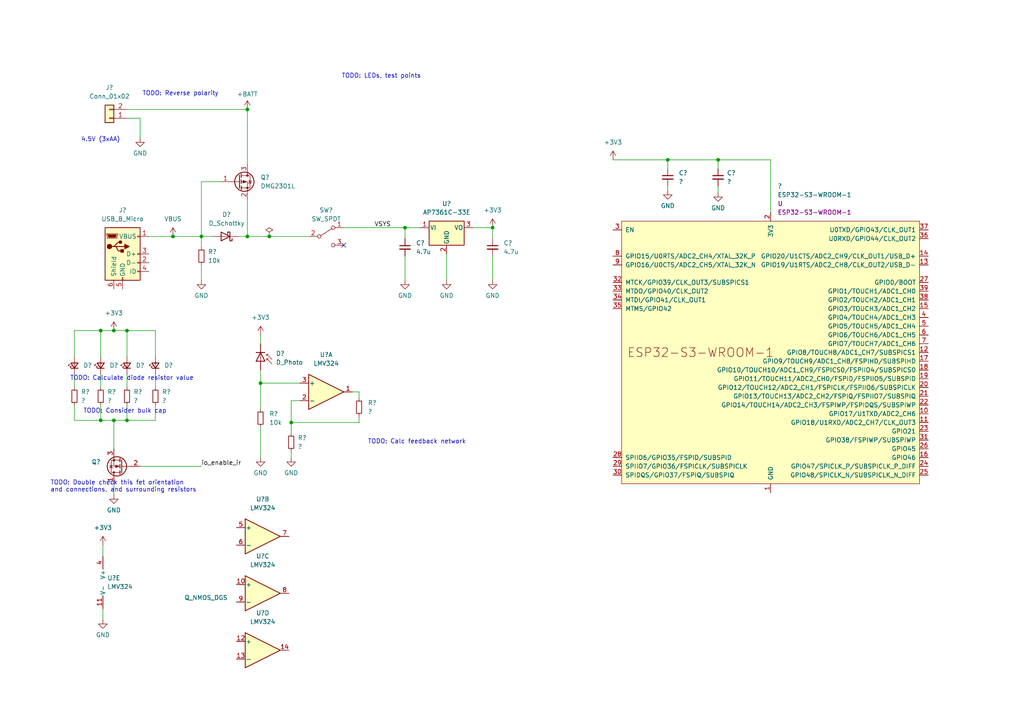
<source format=kicad_sch>
(kicad_sch (version 20211123) (generator eeschema)
  (paper "A4")
  (lib_symbols
    (symbol "Amplifier_Operational:LMV324" (pin_names (offset 0.127))
      (property "Reference" "U" (at 0 5.08 0))
      (property "Value" "LMV324" (at 0 -5.08 0))
      (symbol "LMV324_1_1"
        (polyline (pts (xy -5.08 5.08) (xy 5.08 0) (xy -5.08 -5.08) (xy -5.08 5.08)) (stroke (width 0.254)) (fill (type background)))
        (pin output line (at 7.62 0 180) (length 2.54) (name "~") (number "1"))
        (pin input line (at -7.62 -2.54 0) (length 2.54) (name "-") (number "2"))
        (pin input line (at -7.62 2.54 0) (length 2.54) (name "+") (number "3"))
      )
      (symbol "LMV324_2_1"
        (polyline (pts (xy -5.08 5.08) (xy 5.08 0) (xy -5.08 -5.08) (xy -5.08 5.08)) (stroke (width 0.254)) (fill (type background)))
        (pin input line (at -7.62 2.54 0) (length 2.54) (name "+") (number "5"))
        (pin input line (at -7.62 -2.54 0) (length 2.54) (name "-") (number "6"))
        (pin output line (at 7.62 0 180) (length 2.54) (name "~") (number "7"))
      )
      (symbol "LMV324_3_1"
        (polyline (pts (xy -5.08 5.08) (xy 5.08 0) (xy -5.08 -5.08) (xy -5.08 5.08)) (stroke (width 0.254)) (fill (type background)))
        (pin input line (at -7.62 2.54 0) (length 2.54) (name "+") (number "10"))
        (pin output line (at 7.62 0 180) (length 2.54) (name "~") (number "8"))
        (pin input line (at -7.62 -2.54 0) (length 2.54) (name "-") (number "9"))
      )
      (symbol "LMV324_4_1"
        (polyline (pts (xy -5.08 5.08) (xy 5.08 0) (xy -5.08 -5.08) (xy -5.08 5.08)) (stroke (width 0.254)) (fill (type background)))
        (pin input line (at -7.62 2.54 0) (length 2.54) (name "+") (number "12"))
        (pin input line (at -7.62 -2.54 0) (length 2.54) (name "-") (number "13"))
        (pin output line (at 7.62 0 180) (length 2.54) (name "~") (number "14"))
      )
      (symbol "LMV324_5_1"
        (pin power_in line (at -2.54 -7.62 90) (length 3.81) (name "V-") (number "11"))
        (pin power_in line (at -2.54 7.62 270) (length 3.81) (name "V+") (number "4"))
      )
    )
    (symbol "Connector:USB_B_Micro" (pin_names (offset 1.016))
      (property "Reference" "J" (at -5.08 11.43 0))
      (property "Value" "USB_B_Micro" (at -5.08 8.89 0))
      (symbol "USB_B_Micro_0_1"
        (rectangle (start -5.08 -7.62) (end 5.08 7.62) (stroke (width 0.254)) (fill (type background)))
        (circle (center -3.81 2.159) (radius 0.635) (stroke (width 0.254)) (fill (type outline)))
        (circle (center -0.635 3.429) (radius 0.381) (stroke (width 0.254)) (fill (type outline)))
        (rectangle (start -0.127 -7.62) (end 0.127 -6.858))
        (polyline (pts (xy -1.905 2.159) (xy 0.635 2.159)) (stroke (width 0.254)))
        (polyline (pts (xy -3.175 2.159) (xy -2.54 2.159) (xy -1.27 3.429) (xy -0.635 3.429)) (stroke (width 0.254)))
        (polyline (pts (xy -2.54 2.159) (xy -1.905 2.159) (xy -1.27 0.889) (xy 0 0.889)) (stroke (width 0.254)))
        (polyline (pts (xy 0.635 2.794) (xy 0.635 1.524) (xy 1.905 2.159) (xy 0.635 2.794)) (stroke (width 0.254)) (fill (type outline)))
        (polyline (pts (xy -4.318 5.588) (xy -1.778 5.588) (xy -2.032 4.826) (xy -4.064 4.826) (xy -4.318 5.588)) (fill (type outline)))
        (polyline (pts (xy -4.699 5.842) (xy -4.699 5.588) (xy -4.445 4.826) (xy -4.445 4.572) (xy -1.651 4.572) (xy -1.651 4.826) (xy -1.397 5.588) (xy -1.397 5.842) (xy -4.699 5.842)))
        (rectangle (start 0.254 1.27) (end -0.508 0.508) (stroke (width 0.254)) (fill (type outline)))
        (rectangle (start 5.08 -5.207) (end 4.318 -4.953))
        (rectangle (start 5.08 -2.667) (end 4.318 -2.413))
        (rectangle (start 5.08 -0.127) (end 4.318 0.127))
        (rectangle (start 5.08 4.953) (end 4.318 5.207))
      )
      (symbol "USB_B_Micro_1_1"
        (pin power_out line (at 7.62 5.08 180) (length 2.54) (name "VBUS") (number "1"))
        (pin bidirectional line (at 7.62 -2.54 180) (length 2.54) (name "D-") (number "2"))
        (pin bidirectional line (at 7.62 0 180) (length 2.54) (name "D+") (number "3"))
        (pin passive line (at 7.62 -5.08 180) (length 2.54) (name "ID") (number "4"))
        (pin power_out line (at 0 -10.16 90) (length 2.54) (name "GND") (number "5"))
        (pin passive line (at -2.54 -10.16 90) (length 2.54) (name "Shield") (number "6"))
      )
    )
    (symbol "Connector_Generic:Conn_01x02" (pin_names (offset 1.016) hide)
      (property "Reference" "J" (at 0 2.54 0))
      (property "Value" "Conn_01x02" (at 0 -5.08 0))
      (symbol "Conn_01x02_1_1"
        (rectangle (start -1.27 -2.413) (end 0 -2.667) (stroke (width 0.1524)))
        (rectangle (start -1.27 0.127) (end 0 -0.127) (stroke (width 0.1524)))
        (rectangle (start -1.27 1.27) (end 1.27 -3.81) (stroke (width 0.254)) (fill (type background)))
        (pin passive line (at -5.08 0 0) (length 3.81) (name "Pin_1") (number "1"))
        (pin passive line (at -5.08 -2.54 0) (length 3.81) (name "Pin_2") (number "2"))
      )
    )
    (symbol "Device:C_Small" (pin_numbers hide) (pin_names (offset 0.254) hide)
      (property "Reference" "C" (at 0.254 1.778 0))
      (property "Value" "C_Small" (at 0.254 -2.032 0))
      (symbol "C_Small_0_1"
        (polyline (pts (xy -1.524 -0.508) (xy 1.524 -0.508)) (stroke (width 0.3302)))
        (polyline (pts (xy -1.524 0.508) (xy 1.524 0.508)) (stroke (width 0.3048)))
      )
      (symbol "C_Small_1_1"
        (pin passive line (at 0 2.54 270) (length 2.032) (name "~") (number "1"))
        (pin passive line (at 0 -2.54 90) (length 2.032) (name "~") (number "2"))
      )
    )
    (symbol "Device:D_Photo" (pin_numbers hide) (pin_names hide)
      (property "Reference" "D" (at 0.508 1.778 0))
      (property "Value" "D_Photo" (at -1.016 -2.794 0))
      (symbol "D_Photo_0_1"
        (polyline (pts (xy -2.54 1.27) (xy -2.54 -1.27)) (stroke (width 0.254)))
        (polyline (pts (xy -2.032 1.778) (xy -1.524 1.778)))
        (polyline (pts (xy 0 0) (xy -2.54 0)))
        (polyline (pts (xy -0.508 3.302) (xy -2.032 1.778) (xy -2.032 2.286)))
        (polyline (pts (xy 0 -1.27) (xy 0 1.27) (xy -2.54 0) (xy 0 -1.27)) (stroke (width 0.254)))
        (polyline (pts (xy 0.762 3.302) (xy -0.762 1.778) (xy -0.762 2.286) (xy -0.762 1.778) (xy -0.254 1.778)))
      )
      (symbol "D_Photo_1_1"
        (pin passive line (at -5.08 0 0) (length 2.54) (name "K") (number "1"))
        (pin passive line (at 2.54 0 180) (length 2.54) (name "A") (number "2"))
      )
    )
    (symbol "Device:D_Schottky" (pin_numbers hide) (pin_names (offset 1.016) hide)
      (property "Reference" "D" (at 0 2.54 0))
      (property "Value" "D_Schottky" (at 0 -2.54 0))
      (symbol "D_Schottky_0_1"
        (polyline (pts (xy 1.27 0) (xy -1.27 0)))
        (polyline (pts (xy 1.27 1.27) (xy 1.27 -1.27) (xy -1.27 0) (xy 1.27 1.27)) (stroke (width 0.254)))
        (polyline (pts (xy -1.905 0.635) (xy -1.905 1.27) (xy -1.27 1.27) (xy -1.27 -1.27) (xy -0.635 -1.27) (xy -0.635 -0.635)) (stroke (width 0.254)))
      )
      (symbol "D_Schottky_1_1"
        (pin passive line (at -3.81 0 0) (length 2.54) (name "K") (number "1"))
        (pin passive line (at 3.81 0 180) (length 2.54) (name "A") (number "2"))
      )
    )
    (symbol "Device:LED_Small" (pin_numbers hide) (pin_names (offset 0.254) hide)
      (property "Reference" "D" (at -1.27 3.175 0))
      (property "Value" "LED_Small" (at -4.445 -2.54 0))
      (symbol "LED_Small_0_1"
        (polyline (pts (xy -0.762 -1.016) (xy -0.762 1.016)) (stroke (width 0.254)))
        (polyline (pts (xy 1.016 0) (xy -0.762 0)))
        (polyline (pts (xy 0.762 -1.016) (xy -0.762 0) (xy 0.762 1.016) (xy 0.762 -1.016)) (stroke (width 0.254)))
        (polyline (pts (xy 0 0.762) (xy -0.508 1.27) (xy -0.254 1.27) (xy -0.508 1.27) (xy -0.508 1.016)))
        (polyline (pts (xy 0.508 1.27) (xy 0 1.778) (xy 0.254 1.778) (xy 0 1.778) (xy 0 1.524)))
      )
      (symbol "LED_Small_1_1"
        (pin passive line (at -2.54 0 0) (length 1.778) (name "K") (number "1"))
        (pin passive line (at 2.54 0 180) (length 1.778) (name "A") (number "2"))
      )
    )
    (symbol "Device:Q_NMOS_DGS" (pin_names (offset 0) hide)
      (property "Reference" "Q" (at 5.08 1.27 0))
      (property "Value" "Q_NMOS_DGS" (at 5.08 -1.27 0))
      (symbol "Q_NMOS_DGS_0_1"
        (polyline (pts (xy 0.254 0) (xy -2.54 0)))
        (polyline (pts (xy 0.254 1.905) (xy 0.254 -1.905)) (stroke (width 0.254)))
        (polyline (pts (xy 0.762 -1.27) (xy 0.762 -2.286)) (stroke (width 0.254)))
        (polyline (pts (xy 0.762 0.508) (xy 0.762 -0.508)) (stroke (width 0.254)))
        (polyline (pts (xy 0.762 2.286) (xy 0.762 1.27)) (stroke (width 0.254)))
        (polyline (pts (xy 2.54 2.54) (xy 2.54 1.778)))
        (polyline (pts (xy 2.54 -2.54) (xy 2.54 0) (xy 0.762 0)))
        (polyline (pts (xy 0.762 -1.778) (xy 3.302 -1.778) (xy 3.302 1.778) (xy 0.762 1.778)))
        (polyline (pts (xy 1.016 0) (xy 2.032 0.381) (xy 2.032 -0.381) (xy 1.016 0)) (fill (type outline)))
        (polyline (pts (xy 2.794 0.508) (xy 2.921 0.381) (xy 3.683 0.381) (xy 3.81 0.254)))
        (polyline (pts (xy 3.302 0.381) (xy 2.921 -0.254) (xy 3.683 -0.254) (xy 3.302 0.381)))
        (circle (center 1.651 0) (radius 2.794) (stroke (width 0.254)))
        (circle (center 2.54 -1.778) (radius 0.254) (fill (type outline)))
        (circle (center 2.54 1.778) (radius 0.254) (fill (type outline)))
      )
      (symbol "Q_NMOS_DGS_1_1"
        (pin passive line (at 2.54 5.08 270) (length 2.54) (name "D") (number "1"))
        (pin input line (at -5.08 0 0) (length 2.54) (name "G") (number "2"))
        (pin passive line (at 2.54 -5.08 90) (length 2.54) (name "S") (number "3"))
      )
    )
    (symbol "Device:R_Small" (pin_numbers hide) (pin_names (offset 0.254) hide)
      (property "Reference" "R" (at 0.762 0.508 0))
      (property "Value" "R_Small" (at 0.762 -1.016 0))
      (symbol "R_Small_0_1"
        (rectangle (start -0.762 1.778) (end 0.762 -1.778) (stroke (width 0.2032)))
      )
      (symbol "R_Small_1_1"
        (pin passive line (at 0 2.54 270) (length 0.762) (name "~") (number "1"))
        (pin passive line (at 0 -2.54 90) (length 0.762) (name "~") (number "2"))
      )
    )
    (symbol "Espressif:ESP32-S3-WROOM-1" (pin_names (offset 1.016))
      (property "Value" "ESP32-S3-WROOM-1" (at 0 0 0))
      (property "Reference_1" "U" (at -43.18 43.18 0))
      (property "Value_1" "ESP32-S3-WROOM-1" (at -43.18 40.64 0))
      (symbol "ESP32-S3-WROOM-1_0_0"
        (text "ESP32-S3-WROOM-1" (at -20.32 0 0) (effects (font (size 2.54 2.54))))
        (pin power_in line (at 0 -40.64 90) (length 2.54) (name "GND") (number "1"))
        (pin bidirectional line (at 45.72 -17.78 180) (length 2.54) (name "GPIO17/U1TXD/ADC2_CH6") (number "10"))
        (pin bidirectional line (at 45.72 -20.32 180) (length 2.54) (name "GPIO18/U1RXD/ADC2_CH7/CLK_OUT3") (number "11"))
        (pin bidirectional line (at 45.72 0 180) (length 2.54) (name "GPIO8/TOUCH8/ADC1_CH7/SUBSPICS1") (number "12"))
        (pin bidirectional line (at 45.72 25.4 180) (length 2.54) (name "GPIO19/U1RTS/ADC2_CH8/CLK_OUT2/USB_D-") (number "13"))
        (pin bidirectional line (at 45.72 27.94 180) (length 2.54) (name "GPIO20/U1CTS/ADC2_CH9/CLK_OUT1/USB_D+") (number "14"))
        (pin bidirectional line (at 45.72 12.7 180) (length 2.54) (name "GPIO3/TOUCH3/ADC1_CH2") (number "15"))
        (pin bidirectional line (at 45.72 -30.48 180) (length 2.54) (name "GPIO46") (number "16"))
        (pin bidirectional line (at 45.72 -2.54 180) (length 2.54) (name "GPIO9/TOUCH9/ADC1_CH8/FSPIHD/SUBSPIHD") (number "17"))
        (pin bidirectional line (at 45.72 -5.08 180) (length 2.54) (name "GPIO10/TOUCH10/ADC1_CH9/FSPICS0/FSPIIO4/SUBSPICS0") (number "18"))
        (pin bidirectional line (at 45.72 -7.62 180) (length 2.54) (name "GPIO11/TOUCH11/ADC2_CH0/FSPID/FSPIIO5/SUBSPID") (number "19"))
        (pin power_in line (at 0 40.64 270) (length 2.54) (name "3V3") (number "2"))
        (pin bidirectional line (at 45.72 -10.16 180) (length 2.54) (name "GPIO12/TOUCH12/ADC2_CH1/FSPICLK/FSPIIO6/SUBSPICLK") (number "20"))
        (pin bidirectional line (at 45.72 -12.7 180) (length 2.54) (name "GPIO13/TOUCH13/ADC2_CH2/FSPIQ/FSPIIO7/SUBSPIQ") (number "21"))
        (pin bidirectional line (at 45.72 -15.24 180) (length 2.54) (name "GPIO14/TOUCH14/ADC2_CH3/FSPIWP/FSPIDQS/SUBSPIWP") (number "22"))
        (pin bidirectional line (at 45.72 -22.86 180) (length 2.54) (name "GPIO21") (number "23"))
        (pin bidirectional line (at 45.72 -33.02 180) (length 2.54) (name "GPIO47/SPICLK_P/SUBSPICLK_P_DIFF") (number "24"))
        (pin bidirectional line (at 45.72 -35.56 180) (length 2.54) (name "GPIO48/SPICLK_N/SUBSPICLK_N_DIFF") (number "25"))
        (pin bidirectional line (at 45.72 -27.94 180) (length 2.54) (name "GPIO45") (number "26"))
        (pin bidirectional line (at 45.72 20.32 180) (length 2.54) (name "GPIO0/BOOT") (number "27"))
        (pin bidirectional line (at -45.72 -30.48 0) (length 2.54) (name "SPIIO6/GPIO35/FSPID/SUBSPID") (number "28"))
        (pin bidirectional line (at -45.72 -33.02 0) (length 2.54) (name "SPIIO7/GPIO36/FSPICLK/SUBSPICLK") (number "29"))
        (pin input line (at -45.72 35.56 0) (length 2.54) (name "EN") (number "3"))
        (pin bidirectional line (at -45.72 -35.56 0) (length 2.54) (name "SPIDQS/GPIO37/FSPIQ/SUBSPIQ") (number "30"))
        (pin bidirectional line (at 45.72 -25.4 180) (length 2.54) (name "GPIO38/FSPIWP/SUBSPIWP") (number "31"))
        (pin bidirectional line (at -45.72 20.32 0) (length 2.54) (name "MTCK/GPIO39/CLK_OUT3/SUBSPICS1") (number "32"))
        (pin bidirectional line (at -45.72 17.78 0) (length 2.54) (name "MTDO/GPIO40/CLK_OUT2") (number "33"))
        (pin bidirectional line (at -45.72 15.24 0) (length 2.54) (name "MTDI/GPIO41/CLK_OUT1") (number "34"))
        (pin bidirectional line (at -45.72 12.7 0) (length 2.54) (name "MTMS/GPIO42") (number "35"))
        (pin bidirectional line (at 45.72 33.02 180) (length 2.54) (name "U0RXD/GPIO44/CLK_OUT2") (number "36"))
        (pin bidirectional line (at 45.72 35.56 180) (length 2.54) (name "U0TXD/GPIO43/CLK_OUT1") (number "37"))
        (pin bidirectional line (at 45.72 15.24 180) (length 2.54) (name "GPIO2/TOUCH2/ADC1_CH1") (number "38"))
        (pin bidirectional line (at 45.72 17.78 180) (length 2.54) (name "GPIO1/TOUCH1/ADC1_CH0") (number "39"))
        (pin bidirectional line (at 45.72 10.16 180) (length 2.54) (name "GPIO4/TOUCH4/ADC1_CH3") (number "4"))
        (pin passive line (at 0 -40.64 90) (length 2.54) hide (name "GND") (number "40"))
        (pin passive line (at 0 -40.64 90) (length 2.54) hide (name "GND") (number "41"))
        (pin bidirectional line (at 45.72 7.62 180) (length 2.54) (name "GPIO5/TOUCH5/ADC1_CH4") (number "5"))
        (pin bidirectional line (at 45.72 5.08 180) (length 2.54) (name "GPIO6/TOUCH6/ADC1_CH5") (number "6"))
        (pin bidirectional line (at 45.72 2.54 180) (length 2.54) (name "GPIO7/TOUCH7/ADC1_CH6") (number "7"))
        (pin bidirectional line (at -45.72 27.94 0) (length 2.54) (name "GPIO15/U0RTS/ADC2_CH4/XTAL_32K_P") (number "8"))
        (pin bidirectional line (at -45.72 25.4 0) (length 2.54) (name "GPIO16/U0CTS/ADC2_CH5/XTAL_32K_N") (number "9"))
      )
      (symbol "ESP32-S3-WROOM-1_0_1"
        (rectangle (start -43.18 38.1) (end 43.18 -38.1) (fill (type background)))
      )
    )
    (symbol "Regulator_Linear:AP7361C-33E" (pin_names (offset 0.254))
      (property "Reference" "U" (at -3.81 3.175 0))
      (property "Value" "AP7361C-33E" (at 0 3.175 0))
      (symbol "AP7361C-33E_0_1"
        (rectangle (start -5.08 -5.08) (end 5.08 1.905) (stroke (width 0.254)) (fill (type background)))
      )
      (symbol "AP7361C-33E_1_1"
        (pin power_in line (at -7.62 0 0) (length 2.54) (name "VI") (number "1"))
        (pin power_in line (at 0 -7.62 90) (length 2.54) (name "GND") (number "2"))
        (pin power_out line (at 7.62 0 180) (length 2.54) (name "VO") (number "3"))
      )
    )
    (symbol "Switch:SW_SPDT" (pin_names (offset 0) hide)
      (property "Reference" "SW" (at 0 4.318 0))
      (property "Value" "SW_SPDT" (at 0 -5.08 0))
      (symbol "SW_SPDT_0_0"
        (circle (center -2.032 0) (radius 0.508))
        (circle (center 2.032 -2.54) (radius 0.508))
      )
      (symbol "SW_SPDT_0_1"
        (polyline (pts (xy -1.524 0.254) (xy 1.651 2.286)))
        (circle (center 2.032 2.54) (radius 0.508))
      )
      (symbol "SW_SPDT_1_1"
        (pin passive line (at 5.08 2.54 180) (length 2.54) (name "A") (number "1"))
        (pin passive line (at -5.08 0 0) (length 2.54) (name "B") (number "2"))
        (pin passive line (at 5.08 -2.54 180) (length 2.54) (name "C") (number "3"))
      )
    )
    (symbol "Transistor_FET:DMG2301L" (pin_names hide)
      (property "Reference" "Q" (at 5.08 1.905 0))
      (property "Value" "DMG2301L" (at 5.08 0 0))
      (symbol "DMG2301L_0_1"
        (polyline (pts (xy 0.254 0) (xy -2.54 0)))
        (polyline (pts (xy 0.254 1.905) (xy 0.254 -1.905)) (stroke (width 0.254)))
        (polyline (pts (xy 0.762 -1.27) (xy 0.762 -2.286)) (stroke (width 0.254)))
        (polyline (pts (xy 0.762 0.508) (xy 0.762 -0.508)) (stroke (width 0.254)))
        (polyline (pts (xy 0.762 2.286) (xy 0.762 1.27)) (stroke (width 0.254)))
        (polyline (pts (xy 2.54 2.54) (xy 2.54 1.778)))
        (polyline (pts (xy 2.54 -2.54) (xy 2.54 0) (xy 0.762 0)))
        (polyline (pts (xy 0.762 1.778) (xy 3.302 1.778) (xy 3.302 -1.778) (xy 0.762 -1.778)))
        (polyline (pts (xy 2.286 0) (xy 1.27 0.381) (xy 1.27 -0.381) (xy 2.286 0)) (fill (type outline)))
        (polyline (pts (xy 2.794 -0.508) (xy 2.921 -0.381) (xy 3.683 -0.381) (xy 3.81 -0.254)))
        (polyline (pts (xy 3.302 -0.381) (xy 2.921 0.254) (xy 3.683 0.254) (xy 3.302 -0.381)))
        (circle (center 1.651 0) (radius 2.794) (stroke (width 0.254)))
        (circle (center 2.54 -1.778) (radius 0.254) (fill (type outline)))
        (circle (center 2.54 1.778) (radius 0.254) (fill (type outline)))
      )
      (symbol "DMG2301L_1_1"
        (pin input line (at -5.08 0 0) (length 2.54) (name "G") (number "1"))
        (pin passive line (at 2.54 -5.08 90) (length 2.54) (name "S") (number "2"))
        (pin passive line (at 2.54 5.08 270) (length 2.54) (name "D") (number "3"))
      )
    )
    (symbol "power:+3V3" (power) (pin_names (offset 0))
      (property "Value" "+3V3" (at 0 3.556 0))
      (symbol "+3V3_0_1"
        (polyline (pts (xy -0.762 1.27) (xy 0 2.54)))
        (polyline (pts (xy 0 0) (xy 0 2.54)))
        (polyline (pts (xy 0 2.54) (xy 0.762 1.27)))
      )
      (symbol "+3V3_1_1"
        (pin power_in line (at 0 0 90) (length 0) hide (name "+3V3") (number "1"))
      )
    )
    (symbol "power:+BATT" (power) (pin_names (offset 0))
      (property "Value" "+BATT" (at 0 3.556 0))
      (symbol "+BATT_0_1"
        (polyline (pts (xy -0.762 1.27) (xy 0 2.54)))
        (polyline (pts (xy 0 0) (xy 0 2.54)))
        (polyline (pts (xy 0 2.54) (xy 0.762 1.27)))
      )
      (symbol "+BATT_1_1"
        (pin power_in line (at 0 0 90) (length 0) hide (name "+BATT") (number "1"))
      )
    )
    (symbol "power:GND" (power) (pin_names (offset 0))
      (property "Value" "GND" (at 0 -3.81 0))
      (symbol "GND_0_1"
        (polyline (pts (xy 0 0) (xy 0 -1.27) (xy 1.27 -1.27) (xy 0 -2.54) (xy -1.27 -1.27) (xy 0 -1.27)))
      )
      (symbol "GND_1_1"
        (pin power_in line (at 0 0 270) (length 0) hide (name "GND") (number "1"))
      )
    )
    (symbol "power:PWR_FLAG" (power) (pin_numbers hide) (pin_names (offset 0) hide)
      (property "Value" "PWR_FLAG" (at 0 3.81 0))
      (symbol "PWR_FLAG_0_0"
        (pin power_out line (at 0 0 90) (length 0) (name "pwr") (number "1"))
      )
      (symbol "PWR_FLAG_0_1"
        (polyline (pts (xy 0 0) (xy 0 1.27) (xy -1.016 1.905) (xy 0 2.54) (xy 1.016 1.905) (xy 0 1.27)))
      )
    )
    (symbol "power:VBUS" (power) (pin_names (offset 0))
      (property "Value" "VBUS" (at 0 3.81 0))
      (symbol "VBUS_0_1"
        (polyline (pts (xy -0.762 1.27) (xy 0 2.54)))
        (polyline (pts (xy 0 0) (xy 0 2.54)))
        (polyline (pts (xy 0 2.54) (xy 0.762 1.27)))
      )
      (symbol "VBUS_1_1"
        (pin power_in line (at 0 0 90) (length 0) hide (name "VBUS") (number "1"))
      )
    )
  )
  (junction (at 50.165 68.58))
  (junction (at 75.565 111.125))
  (junction (at 71.755 31.75))
  (junction (at 29.21 121.92))
  (junction (at 84.455 122.555))
  (junction (at 193.675 46.355))
  (junction (at 142.875 66.04))
  (junction (at 117.475 66.04))
  (junction (at 36.83 95.885))
  (junction (at 71.755 68.58))
  (junction (at 29.21 95.885))
  (junction (at 78.105 68.58))
  (junction (at 33.02 95.885))
  (junction (at 58.42 68.58))
  (junction (at 208.28 46.355))
  (junction (at 36.83 121.92))
  (junction (at 33.02 121.92))
  (no_connect (at 99.695 71.12))
  (wire (pts (xy 69.215 68.58) (xy 71.755 68.58)))
  (wire (pts (xy 21.59 117.475) (xy 21.59 121.92)))
  (wire (pts (xy 117.475 66.04) (xy 121.92 66.04)))
  (wire (pts (xy 58.42 68.58) (xy 58.42 71.755)))
  (wire (pts (xy 29.845 179.705) (xy 29.845 176.53)))
  (wire (pts (xy 50.165 68.58) (xy 58.42 68.58)))
  (wire (pts (xy 29.21 95.885) (xy 29.21 103.505)))
  (wire (pts (xy 78.105 68.58) (xy 89.535 68.58)))
  (wire (pts (xy 104.14 113.665) (xy 104.14 115.57)))
  (wire (pts (xy 21.59 108.585) (xy 21.59 112.395)))
  (wire (pts (xy 193.675 53.975) (xy 193.675 55.245)))
  (wire (pts (xy 223.52 46.355) (xy 223.52 61.595)))
  (wire (pts (xy 40.64 34.29) (xy 40.64 40.005)))
  (wire (pts (xy 58.42 76.835) (xy 58.42 81.28)))
  (wire (pts (xy 36.83 31.75) (xy 71.755 31.75)))
  (wire (pts (xy 58.42 68.58) (xy 58.42 52.705)))
  (wire (pts (xy 84.455 130.81) (xy 84.455 132.715)))
  (wire (pts (xy 86.995 111.125) (xy 75.565 111.125)))
  (wire (pts (xy 40.64 135.255) (xy 58.42 135.255)))
  (wire (pts (xy 29.845 158.115) (xy 29.845 161.29)))
  (wire (pts (xy 45.085 95.885) (xy 36.83 95.885)))
  (wire (pts (xy 33.02 121.92) (xy 33.02 130.175)))
  (wire (pts (xy 137.16 66.04) (xy 142.875 66.04)))
  (wire (pts (xy 75.565 111.125) (xy 75.565 118.745)))
  (wire (pts (xy 84.455 122.555) (xy 104.14 122.555)))
  (wire (pts (xy 71.755 68.58) (xy 78.105 68.58)))
  (wire (pts (xy 36.83 95.885) (xy 33.02 95.885)))
  (wire (pts (xy 177.8 46.355) (xy 193.675 46.355)))
  (wire (pts (xy 29.21 117.475) (xy 29.21 121.92)))
  (wire (pts (xy 33.02 121.92) (xy 36.83 121.92)))
  (wire (pts (xy 193.675 46.355) (xy 193.675 48.895)))
  (wire (pts (xy 36.83 34.29) (xy 40.64 34.29)))
  (wire (pts (xy 21.59 103.505) (xy 21.59 95.885)))
  (wire (pts (xy 75.565 123.825) (xy 75.565 132.715)))
  (wire (pts (xy 58.42 52.705) (xy 64.135 52.705)))
  (wire (pts (xy 21.59 121.92) (xy 29.21 121.92)))
  (wire (pts (xy 36.83 117.475) (xy 36.83 121.92)))
  (wire (pts (xy 45.085 117.475) (xy 45.085 121.92)))
  (wire (pts (xy 129.54 73.66) (xy 129.54 81.28)))
  (wire (pts (xy 208.28 46.355) (xy 193.675 46.355)))
  (wire (pts (xy 208.28 46.355) (xy 223.52 46.355)))
  (wire (pts (xy 75.565 97.155) (xy 75.565 99.695)))
  (wire (pts (xy 142.875 74.295) (xy 142.875 81.28)))
  (wire (pts (xy 29.21 95.885) (xy 33.02 95.885)))
  (wire (pts (xy 208.28 53.975) (xy 208.28 55.88)))
  (wire (pts (xy 29.21 121.92) (xy 33.02 121.92)))
  (wire (pts (xy 58.42 68.58) (xy 61.595 68.58)))
  (wire (pts (xy 36.83 108.585) (xy 36.83 112.395)))
  (wire (pts (xy 117.475 74.295) (xy 117.475 81.28)))
  (wire (pts (xy 142.875 66.04) (xy 142.875 69.215)))
  (wire (pts (xy 84.455 116.205) (xy 86.995 116.205)))
  (wire (pts (xy 99.695 66.04) (xy 117.475 66.04)))
  (wire (pts (xy 36.83 103.505) (xy 36.83 95.885)))
  (wire (pts (xy 117.475 66.04) (xy 117.475 69.215)))
  (wire (pts (xy 33.02 140.335) (xy 33.02 143.51)))
  (wire (pts (xy 45.085 103.505) (xy 45.085 95.885)))
  (wire (pts (xy 43.18 68.58) (xy 50.165 68.58)))
  (wire (pts (xy 102.235 113.665) (xy 104.14 113.665)))
  (wire (pts (xy 104.14 122.555) (xy 104.14 120.65)))
  (wire (pts (xy 75.565 107.315) (xy 75.565 111.125)))
  (wire (pts (xy 71.755 47.625) (xy 71.755 31.75)))
  (wire (pts (xy 71.755 57.785) (xy 71.755 68.58)))
  (wire (pts (xy 29.21 108.585) (xy 29.21 112.395)))
  (wire (pts (xy 21.59 95.885) (xy 29.21 95.885)))
  (wire (pts (xy 84.455 122.555) (xy 84.455 125.73)))
  (wire (pts (xy 36.83 121.92) (xy 45.085 121.92)))
  (wire (pts (xy 208.28 46.355) (xy 208.28 48.895)))
  (wire (pts (xy 84.455 116.205) (xy 84.455 122.555)))
  (wire (pts (xy 45.085 108.585) (xy 45.085 112.395)))
  (text "TODO: Consider bulk cap" (at 24.13 120.015 0) (effects (font (size 1.27 1.27)) (justify left bottom)))
  (text "TODO: Calc feedback network" (at 106.68 128.905 0) (effects (font (size 1.27 1.27)) (justify left bottom)))
  (text "TODO: Reverse polarity" (at 41.275 27.94 0) (effects (font (size 1.27 1.27)) (justify left bottom)))
  (text "4.5V (3xAA)" (at 23.495 41.275 0) (effects (font (size 1.27 1.27)) (justify left bottom)))
  (text "TODO: Double check this fet orientation \nand connections, and surrounding resistors" (at 14.605 142.875 0) (effects (font (size 1.27 1.27)) (justify left bottom)))
  (text "TODO: Calculate diode resistor value" (at 20.32 110.49 0) (effects (font (size 1.27 1.27)) (justify left bottom)))
  (text "TODO: LEDs, test points" (at 99.06 22.86 0) (effects (font (size 1.27 1.27)) (justify left bottom)))
  (label "VSYS" (at 108.585 66.04 0))
  (label "io_enable_ir" (at 58.42 135.255 0))
  (symbol (lib_id "power:GND") (at 40.64 40.005 0) (unit 1)
    (property "Reference" "#PWR?" (effects hide))
    (property "Value" "GND" (at 40.64 44.45 0))
  )
  (symbol (lib_id "Connector:USB_B_Micro") (at 35.56 73.66 0) (unit 1)
    (property "Reference" "J?" (at 35.56 60.96 0))
    (property "Value" "USB_B_Micro" (at 35.56 63.5 0))
  )
  (symbol (lib_id "power:PWR_FLAG") (at 78.105 68.58 0) (unit 1)
    (property "Reference" "#FLG?" (effects hide))
    (property "Value" "PWR_FLAG" (effects hide))
  )
  (symbol (lib_id "power:GND") (at 117.475 81.28 0) (unit 1)
    (property "Reference" "#PWR?" (effects hide))
    (property "Value" "GND" (at 117.475 85.725 0))
  )
  (symbol (lib_id "Device:R_Small") (at 104.14 118.11 0) (unit 1)
    (property "Reference" "R?" (at 106.68 116.8399 0) (effects (justify left)))
    (property "Value" "?" (at 106.68 119.3799 0) (effects (justify left)))
  )
  (symbol (lib_id "power:+3V3") (at 75.565 97.155 0) (unit 1)
    (property "Reference" "#PWR?" (effects hide))
    (property "Value" "+3V3" (at 75.565 92.075 0))
  )
  (symbol (lib_id "power:+BATT") (at 71.755 31.75 0) (unit 1)
    (property "Reference" "#PWR?" (effects hide))
    (property "Value" "+BATT" (at 71.755 27.305 0))
  )
  (symbol (lib_id "Device:LED_Small") (at 36.83 106.045 90) (unit 1)
    (property "Reference" "D?" (at 39.37 105.9814 90) (effects (justify right)))
    (property "Value" "LED_Small" (effects hide))
  )
  (symbol (lib_id "power:+3V3") (at 142.875 66.04 0) (unit 1)
    (property "Reference" "#PWR?" (effects hide))
    (property "Value" "+3V3" (at 142.875 60.96 0))
  )
  (symbol (lib_id "Device:R_Small") (at 21.59 114.935 180) (unit 1)
    (property "Reference" "R?" (at 23.495 113.6649 0) (effects (justify right)))
    (property "Value" "?" (at 23.495 116.2049 0) (effects (justify right)))
  )
  (symbol (lib_id "Device:C_Small") (at 117.475 71.755 0) (unit 1)
    (property "Reference" "C?" (at 120.65 70.4912 0) (effects (justify left)))
    (property "Value" "4.7u" (at 120.65 73.0312 0) (effects (justify left)))
  )
  (symbol (lib_id "power:GND") (at 129.54 81.28 0) (unit 1)
    (property "Reference" "#PWR?" (effects hide))
    (property "Value" "GND" (at 129.54 85.725 0))
  )
  (symbol (lib_id "Amplifier_Operational:LMV324") (at 32.385 168.91 0) (unit 5)
    (property "Reference" "U?" (at 31.115 167.6399 0) (effects (justify left)))
    (property "Value" "LMV324" (at 31.115 170.1799 0) (effects (justify left)))
    (property "Datasheet" "http://www.ti.com/lit/ds/symlink/lmv324.pdf" (effects hide))
  )
  (symbol (lib_id "power:GND") (at 75.565 132.715 0) (unit 1)
    (property "Reference" "#PWR?" (effects hide))
    (property "Value" "GND" (at 75.565 137.16 0))
  )
  (symbol (lib_id "Switch:SW_SPDT") (at 94.615 68.58 0) (unit 1)
    (property "Reference" "SW?" (at 94.615 60.96 0))
    (property "Value" "SW_SPDT" (at 94.615 63.5 0))
    (property "Footprint" "QRsumo_FootprintLibrary:EG1206A_EWI" (effects hide))
  )
  (symbol (lib_id "power:+3V3") (at 33.02 95.885 0) (unit 1)
    (property "Reference" "#PWR?" (effects hide))
    (property "Value" "+3V3" (at 33.02 90.805 0))
  )
  (symbol (lib_id "Device:LED_Small") (at 21.59 106.045 90) (unit 1)
    (property "Reference" "D?" (at 24.13 105.9814 90) (effects (justify right)))
    (property "Value" "LED_Small" (effects hide))
  )
  (symbol (lib_id "power:GND") (at 29.845 179.705 0) (unit 1)
    (property "Reference" "#PWR?" (effects hide))
    (property "Value" "GND" (at 29.845 184.15 0))
  )
  (symbol (lib_id "Transistor_FET:DMG2301L") (at 69.215 52.705 0) (unit 1)
    (property "Reference" "Q?" (at 75.565 51.4349 0) (effects (justify left)))
    (property "Value" "DMG2301L" (at 75.565 53.9749 0) (effects (justify left)))
    (property "Footprint" "Package_TO_SOT_SMD:SOT-23" (effects hide))
    (property "Datasheet" "https://www.diodes.com/assets/Datasheets/DMG2301L.pdf" (effects hide))
  )
  (symbol (lib_id "power:GND") (at 193.675 55.245 0) (unit 1)
    (property "Reference" "#PWR?" (effects hide))
    (property "Value" "GND" (at 193.675 59.69 0))
  )
  (symbol (lib_id "Device:C_Small") (at 193.675 51.435 0) (unit 1)
    (property "Reference" "C?" (at 196.85 50.1712 0) (effects (justify left)))
    (property "Value" "?" (at 196.85 52.7112 0) (effects (justify left)))
  )
  (symbol (lib_id "Device:R_Small") (at 58.42 74.295 0) (unit 1)
    (property "Reference" "R?" (at 60.325 73.0249 0) (effects (justify left)))
    (property "Value" "10k" (at 60.325 75.5649 0) (effects (justify left)))
  )
  (symbol (lib_id "Device:R_Small") (at 45.085 114.935 180) (unit 1)
    (property "Reference" "R?" (at 46.99 113.6649 0) (effects (justify right)))
    (property "Value" "?" (at 46.99 116.2049 0) (effects (justify right)))
  )
  (symbol (lib_id "power:+3V3") (at 29.845 158.115 0) (unit 1)
    (property "Reference" "#PWR?" (effects hide))
    (property "Value" "+3V3" (at 29.845 153.035 0))
  )
  (symbol (lib_id "Amplifier_Operational:LMV324") (at 76.2 188.595 0) (unit 4)
    (property "Reference" "U?" (at 76.2 177.8 0))
    (property "Value" "LMV324" (at 76.2 180.34 0))
    (property "Datasheet" "http://www.ti.com/lit/ds/symlink/lmv324.pdf" (effects hide))
  )
  (symbol (lib_id "Device:LED_Small") (at 45.085 106.045 90) (unit 1)
    (property "Reference" "D?" (at 47.625 105.9814 90) (effects (justify right)))
    (property "Value" "LED_Small" (effects hide))
  )
  (symbol (lib_id "Device:C_Small") (at 208.28 51.435 0) (unit 1)
    (property "Reference" "C?" (at 210.82 50.1712 0) (effects (justify left)))
    (property "Value" "?" (at 210.82 52.7112 0) (effects (justify left)))
  )
  (symbol (lib_id "power:GND") (at 84.455 132.715 0) (unit 1)
    (property "Reference" "#PWR?" (effects hide))
    (property "Value" "GND" (at 84.455 137.16 0))
  )
  (symbol (lib_id "Amplifier_Operational:LMV324") (at 76.2 172.085 0) (unit 3)
    (property "Reference" "U?" (at 76.2 161.29 0))
    (property "Value" "LMV324" (at 76.2 163.83 0))
    (property "Datasheet" "http://www.ti.com/lit/ds/symlink/lmv324.pdf" (effects hide))
  )
  (symbol (lib_id "Regulator_Linear:AP7361C-33E") (at 129.54 66.04 0) (unit 1)
    (property "Reference" "U?" (at 129.54 59.055 0))
    (property "Value" "AP7361C-33E" (at 129.54 61.595 0))
    (property "Footprint" "Package_TO_SOT_SMD:SOT-223-3_TabPin2" (effects hide))
    (property "Datasheet" "https://www.diodes.com/assets/Datasheets/AP7361C.pdf" (effects hide))
    (property "MPN" "AP7361C-33ER-13DITR-ND" (effects hide))
  )
  (symbol (lib_id "Device:C_Small") (at 142.875 71.755 0) (unit 1)
    (property "Reference" "C?" (at 146.05 70.4912 0) (effects (justify left)))
    (property "Value" "4.7u" (at 146.05 73.0312 0) (effects (justify left)))
  )
  (symbol (lib_id "Device:LED_Small") (at 29.21 106.045 90) (unit 1)
    (property "Reference" "D?" (at 31.75 105.9814 90) (effects (justify right)))
    (property "Value" "LED_Small" (effects hide))
  )
  (symbol (lib_id "Amplifier_Operational:LMV324") (at 94.615 113.665 0) (unit 1)
    (property "Reference" "U?" (at 94.615 102.87 0))
    (property "Value" "LMV324" (at 94.615 105.41 0))
    (property "Datasheet" "http://www.ti.com/lit/ds/symlink/lmv324.pdf" (effects hide))
  )
  (symbol (lib_id "power:+3V3") (at 177.8 46.355 0) (unit 1)
    (property "Reference" "#PWR?" (effects hide))
    (property "Value" "+3V3" (at 177.8 41.275 0))
  )
  (symbol (lib_id "power:GND") (at 33.02 143.51 0) (unit 1)
    (property "Reference" "#PWR?" (effects hide))
    (property "Value" "GND" (at 33.02 147.955 0))
  )
  (symbol (lib_id "Amplifier_Operational:LMV324") (at 76.2 155.575 0) (unit 2)
    (property "Reference" "U?" (at 76.2 144.78 0))
    (property "Value" "LMV324" (at 76.2 147.32 0))
    (property "Datasheet" "http://www.ti.com/lit/ds/symlink/lmv324.pdf" (effects hide))
  )
  (symbol (lib_id "Device:D_Schottky") (at 65.405 68.58 180) (unit 1)
    (property "Reference" "D?" (at 65.7225 62.23 0))
    (property "Value" "D_Schottky" (at 65.7225 64.77 0))
  )
  (symbol (lib_id "power:GND") (at 142.875 81.28 0) (unit 1)
    (property "Reference" "#PWR?" (effects hide))
    (property "Value" "GND" (at 142.875 85.725 0))
  )
  (symbol (lib_id "power:GND") (at 208.28 55.88 0) (unit 1)
    (property "Reference" "#PWR?" (effects hide))
    (property "Value" "GND" (at 208.28 60.325 0))
  )
  (symbol (lib_id "Device:D_Photo") (at 75.565 104.775 270) (unit 1)
    (property "Reference" "D?" (at 80.01 102.5524 90) (effects (justify left)))
    (property "Value" "D_Photo" (at 80.01 105.0924 90) (effects (justify left)))
  )
  (symbol (lib_id "Device:Q_NMOS_DGS") (at 35.56 135.255 180) (unit 1)
    (property "Reference" "Q?" (at 29.21 133.9849 0) (effects (justify left)))
    (property "Value" "Q_NMOS_DGS" (at 66.04 173.3549 0) (effects (justify left)))
  )
  (symbol (lib_id "power:VBUS") (at 50.165 68.58 0) (unit 1)
    (property "Reference" "#PWR?" (effects hide))
    (property "Value" "VBUS" (at 50.165 63.5 0))
  )
  (symbol (lib_id "Espressif:ESP32-S3-WROOM-1") (at 223.52 102.235 0) (unit 1)
    (property "Reference" "?" (at 225.5394 53.975 0) (effects (justify left)))
    (property "Value" "ESP32-S3-WROOM-1" (at 225.5394 56.515 0) (effects (justify left)))
    (property "Reference_1" "U" (at 225.5394 59.055 0) (effects (justify left)))
    (property "Value_1" "ESP32-S3-WROOM-1" (at 225.5394 61.595 0) (effects (justify left)))
    (property "Footprint_1" "Espressif:ESP32-S3-WROOM-1" (effects hide))
    (property "Datasheet_1" "https://www.espressif.com/sites/default/files/documentation/esp32-s3-wroom-1_wroom-1u_datasheet_en.pdf" (effects hide))
  )
  (symbol (lib_id "Connector_Generic:Conn_01x02") (at 31.75 34.29 180) (unit 1)
    (property "Reference" "J?" (at 31.75 25.4 0))
    (property "Value" "Conn_01x02" (at 31.75 27.94 0))
  )
  (symbol (lib_id "Device:R_Small") (at 84.455 128.27 180) (unit 1)
    (property "Reference" "R?" (at 86.36 126.9999 0) (effects (justify right)))
    (property "Value" "?" (at 86.36 129.5399 0) (effects (justify right)))
  )
  (symbol (lib_id "power:GND") (at 58.42 81.28 0) (unit 1)
    (property "Reference" "#PWR?" (effects hide))
    (property "Value" "GND" (at 58.42 85.725 0))
  )
  (symbol (lib_id "Device:R_Small") (at 36.83 114.935 180) (unit 1)
    (property "Reference" "R?" (at 38.735 113.6649 0) (effects (justify right)))
    (property "Value" "?" (at 38.735 116.2049 0) (effects (justify right)))
  )
  (symbol (lib_id "Device:R_Small") (at 29.21 114.935 180) (unit 1)
    (property "Reference" "R?" (at 31.115 113.6649 0) (effects (justify right)))
    (property "Value" "?" (at 31.115 116.2049 0) (effects (justify right)))
  )
  (symbol (lib_id "Device:R_Small") (at 75.565 121.285 180) (unit 1)
    (property "Reference" "R?" (at 78.105 120.0149 0) (effects (justify right)))
    (property "Value" "10k" (at 78.105 122.5549 0) (effects (justify right)))
  )
)
</source>
